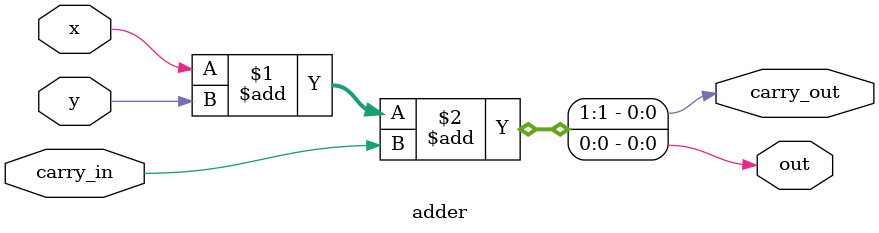
<source format=v>
`timescale 1ns / 1ps
module adder(
    input x,
    input y,
    input carry_in,
    output out,
    output carry_out
    );

assign {carry_out, out} = x + y + carry_in;

endmodule

</source>
